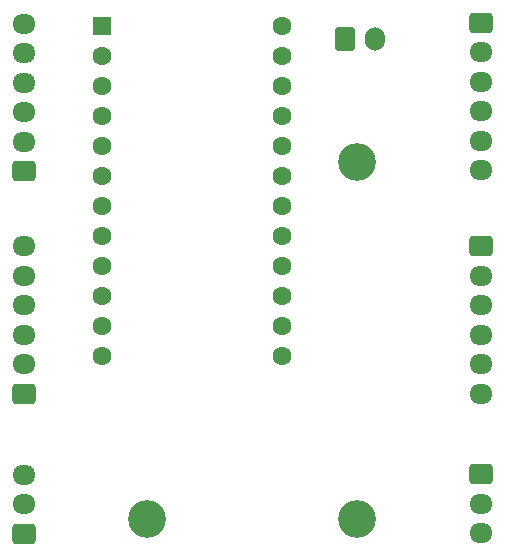
<source format=gbr>
%TF.GenerationSoftware,KiCad,Pcbnew,(6.0.4)*%
%TF.CreationDate,2022-04-18T00:34:21+09:00*%
%TF.ProjectId,chuniAir,6368756e-6941-4697-922e-6b696361645f,rev?*%
%TF.SameCoordinates,Original*%
%TF.FileFunction,Soldermask,Bot*%
%TF.FilePolarity,Negative*%
%FSLAX46Y46*%
G04 Gerber Fmt 4.6, Leading zero omitted, Abs format (unit mm)*
G04 Created by KiCad (PCBNEW (6.0.4)) date 2022-04-18 00:34:21*
%MOMM*%
%LPD*%
G01*
G04 APERTURE LIST*
G04 Aperture macros list*
%AMRoundRect*
0 Rectangle with rounded corners*
0 $1 Rounding radius*
0 $2 $3 $4 $5 $6 $7 $8 $9 X,Y pos of 4 corners*
0 Add a 4 corners polygon primitive as box body*
4,1,4,$2,$3,$4,$5,$6,$7,$8,$9,$2,$3,0*
0 Add four circle primitives for the rounded corners*
1,1,$1+$1,$2,$3*
1,1,$1+$1,$4,$5*
1,1,$1+$1,$6,$7*
1,1,$1+$1,$8,$9*
0 Add four rect primitives between the rounded corners*
20,1,$1+$1,$2,$3,$4,$5,0*
20,1,$1+$1,$4,$5,$6,$7,0*
20,1,$1+$1,$6,$7,$8,$9,0*
20,1,$1+$1,$8,$9,$2,$3,0*%
G04 Aperture macros list end*
%ADD10C,3.200000*%
%ADD11R,1.600000X1.600000*%
%ADD12C,1.600000*%
%ADD13RoundRect,0.250000X0.725000X-0.600000X0.725000X0.600000X-0.725000X0.600000X-0.725000X-0.600000X0*%
%ADD14O,1.950000X1.700000*%
%ADD15RoundRect,0.250000X-0.600000X-0.750000X0.600000X-0.750000X0.600000X0.750000X-0.600000X0.750000X0*%
%ADD16O,1.700000X2.000000*%
%ADD17RoundRect,0.250000X-0.725000X0.600000X-0.725000X-0.600000X0.725000X-0.600000X0.725000X0.600000X0*%
G04 APERTURE END LIST*
D10*
%TO.C,REF\u002A\u002A*%
X106680000Y-54737000D03*
%TD*%
%TO.C,REF\u002A\u002A*%
X88900000Y-84963000D03*
%TD*%
%TO.C,REF\u002A\u002A*%
X106680000Y-84963000D03*
%TD*%
D11*
%TO.C,U1*%
X85090000Y-43180000D03*
D12*
X85090000Y-45720000D03*
X85090000Y-48260000D03*
X85090000Y-50800000D03*
X85090000Y-53340000D03*
X85090000Y-55880000D03*
X85090000Y-58420000D03*
X85090000Y-60960000D03*
X85090000Y-63500000D03*
X85090000Y-66040000D03*
X85090000Y-68580000D03*
X85090000Y-71120000D03*
X100330000Y-71120000D03*
X100330000Y-68580000D03*
X100330000Y-66040000D03*
X100330000Y-63500000D03*
X100330000Y-60960000D03*
X100330000Y-58420000D03*
X100330000Y-55880000D03*
X100330000Y-53340000D03*
X100330000Y-50800000D03*
X100330000Y-48260000D03*
X100330000Y-45720000D03*
X100330000Y-43180000D03*
%TD*%
D13*
%TO.C,Left_Sensor1*%
X78486000Y-55499000D03*
D14*
X78486000Y-52999000D03*
X78486000Y-50499000D03*
X78486000Y-47999000D03*
X78486000Y-45499000D03*
X78486000Y-42999000D03*
%TD*%
D15*
%TO.C,Power1*%
X105684000Y-44306000D03*
D16*
X108184000Y-44306000D03*
%TD*%
D13*
%TO.C,Left_LED1*%
X78469000Y-86193000D03*
D14*
X78469000Y-83693000D03*
X78469000Y-81193000D03*
%TD*%
D17*
%TO.C,Right_Sensor2*%
X117221000Y-61849000D03*
D14*
X117221000Y-64349000D03*
X117221000Y-66849000D03*
X117221000Y-69349000D03*
X117221000Y-71849000D03*
X117221000Y-74349000D03*
%TD*%
D17*
%TO.C,Right_Sensor1*%
X117221000Y-42926000D03*
D14*
X117221000Y-45426000D03*
X117221000Y-47926000D03*
X117221000Y-50426000D03*
X117221000Y-52926000D03*
X117221000Y-55426000D03*
%TD*%
D17*
%TO.C,Right_LED1*%
X117221000Y-81153000D03*
D14*
X117221000Y-83653000D03*
X117221000Y-86153000D03*
%TD*%
D13*
%TO.C,Left_Sensor2*%
X78469000Y-74362000D03*
D14*
X78469000Y-71862000D03*
X78469000Y-69362000D03*
X78469000Y-66862000D03*
X78469000Y-64362000D03*
X78469000Y-61862000D03*
%TD*%
M02*

</source>
